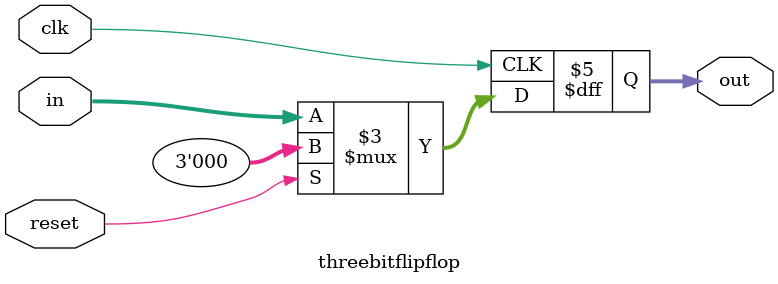
<source format=v>
`timescale 1ns / 1ps


module threebitflipflop(input clk,input reset,input [2:0] in,output reg [2:0] out

    );
    always @(posedge clk) begin
     if (reset) begin
        out<=0;
     end
     else begin
       out<=in;
     end
   end
    
endmodule

</source>
